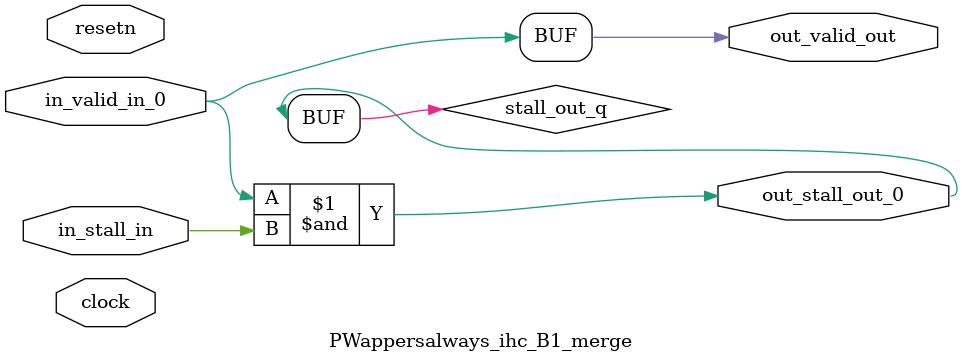
<source format=sv>



(* altera_attribute = "-name AUTO_SHIFT_REGISTER_RECOGNITION OFF; -name MESSAGE_DISABLE 10036; -name MESSAGE_DISABLE 10037; -name MESSAGE_DISABLE 14130; -name MESSAGE_DISABLE 14320; -name MESSAGE_DISABLE 15400; -name MESSAGE_DISABLE 14130; -name MESSAGE_DISABLE 10036; -name MESSAGE_DISABLE 12020; -name MESSAGE_DISABLE 12030; -name MESSAGE_DISABLE 12010; -name MESSAGE_DISABLE 12110; -name MESSAGE_DISABLE 14320; -name MESSAGE_DISABLE 13410; -name MESSAGE_DISABLE 113007; -name MESSAGE_DISABLE 10958" *)
module PWappersalways_ihc_B1_merge (
    input wire [0:0] in_stall_in,
    input wire [0:0] in_valid_in_0,
    output wire [0:0] out_stall_out_0,
    output wire [0:0] out_valid_out,
    input wire clock,
    input wire resetn
    );

    wire [0:0] stall_out_q;


    // stall_out(LOGICAL,6)
    assign stall_out_q = in_valid_in_0 & in_stall_in;

    // out_stall_out_0(GPOUT,4)
    assign out_stall_out_0 = stall_out_q;

    // out_valid_out(GPOUT,5)
    assign out_valid_out = in_valid_in_0;

endmodule

</source>
